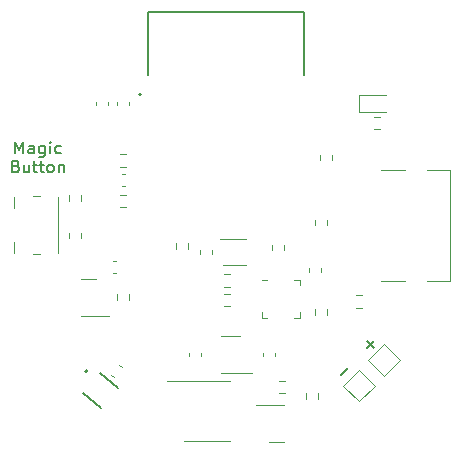
<source format=gto>
G04 #@! TF.GenerationSoftware,KiCad,Pcbnew,6.0.5-a6ca702e91~116~ubuntu20.04.1*
G04 #@! TF.CreationDate,2022-06-15T15:16:03+00:00*
G04 #@! TF.ProjectId,PlantBuddy,506c616e-7442-4756-9464-792e6b696361,rev?*
G04 #@! TF.SameCoordinates,Original*
G04 #@! TF.FileFunction,Legend,Top*
G04 #@! TF.FilePolarity,Positive*
%FSLAX46Y46*%
G04 Gerber Fmt 4.6, Leading zero omitted, Abs format (unit mm)*
G04 Created by KiCad (PCBNEW 6.0.5-a6ca702e91~116~ubuntu20.04.1) date 2022-06-15 15:16:03*
%MOMM*%
%LPD*%
G01*
G04 APERTURE LIST*
%ADD10C,0.150000*%
%ADD11C,0.120000*%
%ADD12C,0.127000*%
%ADD13C,0.200000*%
G04 APERTURE END LIST*
D10*
X98195946Y-62587289D02*
X97657198Y-63126037D01*
X99841598Y-60300704D02*
X100380346Y-60839452D01*
X99841598Y-60839452D02*
X100380346Y-60300704D01*
X70037318Y-44393551D02*
X70037318Y-43393551D01*
X70370651Y-44107837D01*
X70703984Y-43393551D01*
X70703984Y-44393551D01*
X71608746Y-44393551D02*
X71608746Y-43869742D01*
X71561127Y-43774504D01*
X71465889Y-43726885D01*
X71275413Y-43726885D01*
X71180175Y-43774504D01*
X71608746Y-44345932D02*
X71513508Y-44393551D01*
X71275413Y-44393551D01*
X71180175Y-44345932D01*
X71132556Y-44250694D01*
X71132556Y-44155456D01*
X71180175Y-44060218D01*
X71275413Y-44012599D01*
X71513508Y-44012599D01*
X71608746Y-43964980D01*
X72513508Y-43726885D02*
X72513508Y-44536409D01*
X72465889Y-44631647D01*
X72418270Y-44679266D01*
X72323032Y-44726885D01*
X72180175Y-44726885D01*
X72084937Y-44679266D01*
X72513508Y-44345932D02*
X72418270Y-44393551D01*
X72227794Y-44393551D01*
X72132556Y-44345932D01*
X72084937Y-44298313D01*
X72037318Y-44203075D01*
X72037318Y-43917361D01*
X72084937Y-43822123D01*
X72132556Y-43774504D01*
X72227794Y-43726885D01*
X72418270Y-43726885D01*
X72513508Y-43774504D01*
X72989699Y-44393551D02*
X72989699Y-43726885D01*
X72989699Y-43393551D02*
X72942080Y-43441171D01*
X72989699Y-43488790D01*
X73037318Y-43441171D01*
X72989699Y-43393551D01*
X72989699Y-43488790D01*
X73894460Y-44345932D02*
X73799222Y-44393551D01*
X73608746Y-44393551D01*
X73513508Y-44345932D01*
X73465889Y-44298313D01*
X73418270Y-44203075D01*
X73418270Y-43917361D01*
X73465889Y-43822123D01*
X73513508Y-43774504D01*
X73608746Y-43726885D01*
X73799222Y-43726885D01*
X73894460Y-43774504D01*
X70084937Y-45479742D02*
X70227794Y-45527361D01*
X70275413Y-45574980D01*
X70323032Y-45670218D01*
X70323032Y-45813075D01*
X70275413Y-45908313D01*
X70227794Y-45955932D01*
X70132556Y-46003551D01*
X69751603Y-46003551D01*
X69751603Y-45003551D01*
X70084937Y-45003551D01*
X70180175Y-45051171D01*
X70227794Y-45098790D01*
X70275413Y-45194028D01*
X70275413Y-45289266D01*
X70227794Y-45384504D01*
X70180175Y-45432123D01*
X70084937Y-45479742D01*
X69751603Y-45479742D01*
X71180175Y-45336885D02*
X71180175Y-46003551D01*
X70751603Y-45336885D02*
X70751603Y-45860694D01*
X70799222Y-45955932D01*
X70894460Y-46003551D01*
X71037318Y-46003551D01*
X71132556Y-45955932D01*
X71180175Y-45908313D01*
X71513508Y-45336885D02*
X71894460Y-45336885D01*
X71656365Y-45003551D02*
X71656365Y-45860694D01*
X71703984Y-45955932D01*
X71799222Y-46003551D01*
X71894460Y-46003551D01*
X72084937Y-45336885D02*
X72465889Y-45336885D01*
X72227794Y-45003551D02*
X72227794Y-45860694D01*
X72275413Y-45955932D01*
X72370651Y-46003551D01*
X72465889Y-46003551D01*
X72942080Y-46003551D02*
X72846841Y-45955932D01*
X72799222Y-45908313D01*
X72751603Y-45813075D01*
X72751603Y-45527361D01*
X72799222Y-45432123D01*
X72846841Y-45384504D01*
X72942080Y-45336885D01*
X73084937Y-45336885D01*
X73180175Y-45384504D01*
X73227794Y-45432123D01*
X73275413Y-45527361D01*
X73275413Y-45813075D01*
X73227794Y-45908313D01*
X73180175Y-45955932D01*
X73084937Y-46003551D01*
X72942080Y-46003551D01*
X73703984Y-45336885D02*
X73703984Y-46003551D01*
X73703984Y-45432123D02*
X73751603Y-45384504D01*
X73846841Y-45336885D01*
X73989699Y-45336885D01*
X74084937Y-45384504D01*
X74132556Y-45479742D01*
X74132556Y-46003551D01*
D11*
G04 #@! TO.C,R6*
X87706822Y-55682671D02*
X88181338Y-55682671D01*
X87706822Y-54637671D02*
X88181338Y-54637671D01*
G04 #@! TO.C,C9*
X76893080Y-40314751D02*
X76893080Y-40033591D01*
X77913080Y-40314751D02*
X77913080Y-40033591D01*
G04 #@! TO.C,C11*
X84767080Y-61536751D02*
X84767080Y-61255591D01*
X85787080Y-61536751D02*
X85787080Y-61255591D01*
G04 #@! TO.C,C8*
X78671080Y-40314751D02*
X78671080Y-40033591D01*
X79691080Y-40314751D02*
X79691080Y-40033591D01*
G04 #@! TO.C,R10*
X88181338Y-56288671D02*
X87706822Y-56288671D01*
X88181338Y-57333671D02*
X87706822Y-57333671D01*
G04 #@! TO.C,R13*
X74594580Y-51112913D02*
X74594580Y-51587429D01*
X75639580Y-51112913D02*
X75639580Y-51587429D01*
G04 #@! TO.C,U4*
X93651080Y-55074171D02*
X94126080Y-55074171D01*
X91381080Y-55074171D02*
X90906080Y-55074171D01*
X90906080Y-58294171D02*
X90906080Y-57819171D01*
X91381080Y-58294171D02*
X90906080Y-58294171D01*
X93651080Y-58294171D02*
X94126080Y-58294171D01*
X94126080Y-58294171D02*
X94126080Y-57819171D01*
X94126080Y-55074171D02*
X94126080Y-55549171D01*
G04 #@! TO.C,U6*
X88269080Y-63006171D02*
X87469080Y-63006171D01*
X88269080Y-59886171D02*
X89069080Y-59886171D01*
X88269080Y-63006171D02*
X90069080Y-63006171D01*
X88269080Y-59886171D02*
X87469080Y-59886171D01*
G04 #@! TO.C,J1*
X104930080Y-55161171D02*
X106830080Y-55161171D01*
X106830080Y-55161171D02*
X106830080Y-45761171D01*
X101030080Y-55161171D02*
X103030080Y-55161171D01*
X101030080Y-45761171D02*
X103030080Y-45761171D01*
X104930080Y-45761171D02*
X106830080Y-45761171D01*
G04 #@! TO.C,SW1*
X72090080Y-48011171D02*
X71540080Y-48011171D01*
X72090080Y-52911171D02*
X71540080Y-52911171D01*
X73665080Y-48111171D02*
X73665080Y-52811171D01*
X69965080Y-48111171D02*
X69965080Y-49036171D01*
X69965080Y-51886171D02*
X69965080Y-52811171D01*
G04 #@! TO.C,R3*
X91739580Y-52128913D02*
X91739580Y-52603429D01*
X92784580Y-52128913D02*
X92784580Y-52603429D01*
G04 #@! TO.C,R8*
X79418338Y-45522671D02*
X78943822Y-45522671D01*
X79418338Y-44477671D02*
X78943822Y-44477671D01*
G04 #@! TO.C,D4*
X101444080Y-39439171D02*
X99159080Y-39439171D01*
X99159080Y-39439171D02*
X99159080Y-40909171D01*
X99159080Y-40909171D02*
X101444080Y-40909171D01*
G04 #@! TO.C,R17*
X79703580Y-56319913D02*
X79703580Y-56794429D01*
X78658580Y-56319913D02*
X78658580Y-56794429D01*
G04 #@! TO.C,R12*
X95705580Y-64701913D02*
X95705580Y-65176429D01*
X94660580Y-64701913D02*
X94660580Y-65176429D01*
D12*
G04 #@! TO.C,U5*
X81274080Y-32406171D02*
X94474080Y-32406171D01*
X94474080Y-32406171D02*
X94474080Y-37786171D01*
X81274080Y-37786171D02*
X81274080Y-32406171D01*
D13*
X80724080Y-39406171D02*
G75*
G03*
X80724080Y-39406171I-100000J0D01*
G01*
D11*
G04 #@! TO.C,C5*
X94927080Y-54130591D02*
X94927080Y-54411751D01*
X95947080Y-54130591D02*
X95947080Y-54411751D01*
G04 #@! TO.C,J3*
X99120080Y-65393674D02*
X97776577Y-64050171D01*
X100463583Y-64050171D02*
X99120080Y-65393674D01*
X97776577Y-64050171D02*
X99120080Y-62706668D01*
X99120080Y-62706668D02*
X100463583Y-64050171D01*
G04 #@! TO.C,R1*
X95422580Y-49989913D02*
X95422580Y-50464429D01*
X96467580Y-49989913D02*
X96467580Y-50464429D01*
G04 #@! TO.C,R18*
X100406822Y-42347671D02*
X100881338Y-42347671D01*
X100406822Y-41302671D02*
X100881338Y-41302671D01*
G04 #@! TO.C,R9*
X92880338Y-64699671D02*
X92405822Y-64699671D01*
X92880338Y-63654671D02*
X92405822Y-63654671D01*
G04 #@! TO.C,U3*
X86293080Y-63649171D02*
X82843080Y-63649171D01*
X86293080Y-68769171D02*
X84343080Y-68769171D01*
X86293080Y-68769171D02*
X88243080Y-68769171D01*
X86293080Y-63649171D02*
X88243080Y-63649171D01*
G04 #@! TO.C,R11*
X96467580Y-58064429D02*
X96467580Y-57589913D01*
X95422580Y-58064429D02*
X95422580Y-57589913D01*
G04 #@! TO.C,R4*
X83611580Y-52001913D02*
X83611580Y-52476429D01*
X84656580Y-52001913D02*
X84656580Y-52476429D01*
G04 #@! TO.C,J2*
X99935577Y-61891171D02*
X101279080Y-60547668D01*
X102622583Y-61891171D02*
X101279080Y-63234674D01*
X101279080Y-60547668D02*
X102622583Y-61891171D01*
X101279080Y-63234674D02*
X99935577Y-61891171D01*
G04 #@! TO.C,U1*
X87390080Y-51647171D02*
X89590080Y-51647171D01*
X87610080Y-53847171D02*
X89580080Y-53847171D01*
G04 #@! TO.C,C3*
X79321660Y-47161171D02*
X79040500Y-47161171D01*
X79321660Y-46141171D02*
X79040500Y-46141171D01*
G04 #@! TO.C,R14*
X79418338Y-48951671D02*
X78943822Y-48951671D01*
X79418338Y-47906671D02*
X78943822Y-47906671D01*
G04 #@! TO.C,R7*
X75639580Y-47937913D02*
X75639580Y-48412429D01*
X74594580Y-47937913D02*
X74594580Y-48412429D01*
G04 #@! TO.C,C2*
X78171555Y-63115731D02*
X78386936Y-63296457D01*
X78827198Y-62334365D02*
X79042579Y-62515091D01*
G04 #@! TO.C,C1*
X86687080Y-52606591D02*
X86687080Y-52887751D01*
X85667080Y-52606591D02*
X85667080Y-52887751D01*
G04 #@! TO.C,R5*
X99357338Y-56415671D02*
X98882822Y-56415671D01*
X99357338Y-57460671D02*
X98882822Y-57460671D01*
G04 #@! TO.C,Q2*
X92135080Y-68785171D02*
X91485080Y-68785171D01*
X92135080Y-65665171D02*
X92785080Y-65665171D01*
X92135080Y-68785171D02*
X92785080Y-68785171D01*
X92135080Y-65665171D02*
X90460080Y-65665171D01*
G04 #@! TO.C,C10*
X90990080Y-61536751D02*
X90990080Y-61255591D01*
X92010080Y-61536751D02*
X92010080Y-61255591D01*
G04 #@! TO.C,R2*
X96848580Y-44508913D02*
X96848580Y-44983429D01*
X95803580Y-44508913D02*
X95803580Y-44983429D01*
D12*
G04 #@! TO.C,U2*
X75733320Y-64684481D02*
X77265409Y-65970056D01*
X77173165Y-62968542D02*
X78705254Y-64254117D01*
D13*
X76139234Y-62826413D02*
G75*
G03*
X76139234Y-62826413I-100000J0D01*
G01*
D11*
G04 #@! TO.C,C6*
X78559660Y-54527171D02*
X78278500Y-54527171D01*
X78559660Y-53507171D02*
X78278500Y-53507171D01*
G04 #@! TO.C,Q1*
X76260080Y-54997171D02*
X75610080Y-54997171D01*
X76260080Y-58117171D02*
X75610080Y-58117171D01*
X76260080Y-54997171D02*
X76910080Y-54997171D01*
X76260080Y-58117171D02*
X77935080Y-58117171D01*
G04 #@! TD*
M02*

</source>
